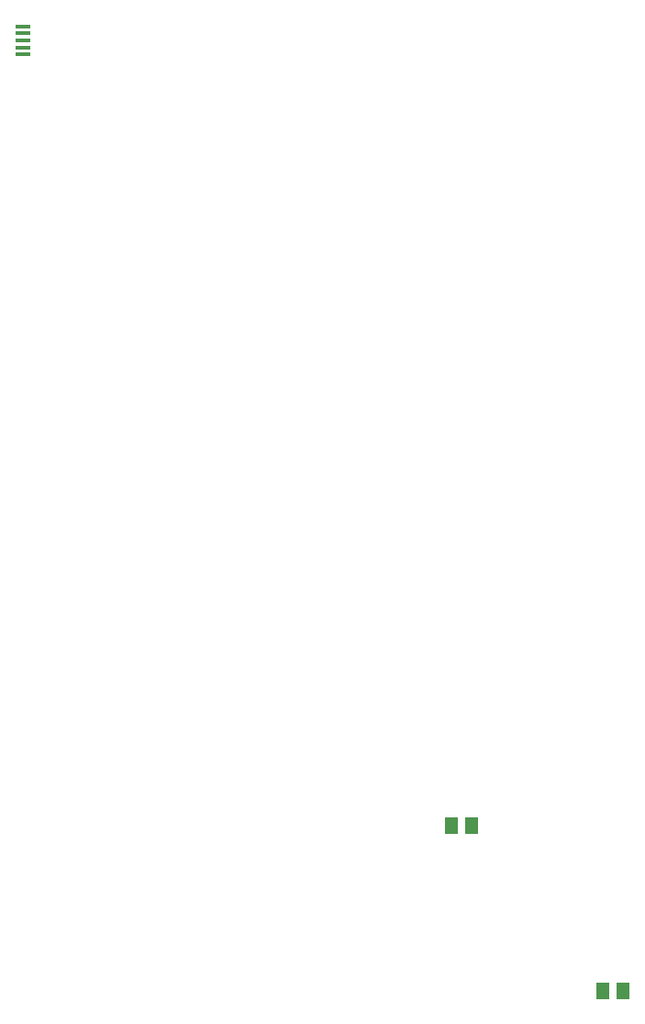
<source format=gtp>
G75*
%MOIN*%
%OFA0B0*%
%FSLAX25Y25*%
%IPPOS*%
%LPD*%
%AMOC8*
5,1,8,0,0,1.08239X$1,22.5*
%
%ADD10R,0.05118X0.06299*%
%ADD11R,0.05315X0.01575*%
D10*
X0177560Y0076300D03*
X0185040Y0076300D03*
X0232560Y0016300D03*
X0240040Y0016300D03*
D11*
X0021930Y0356182D03*
X0021930Y0358741D03*
X0021930Y0361300D03*
X0021930Y0363859D03*
X0021930Y0366418D03*
M02*

</source>
